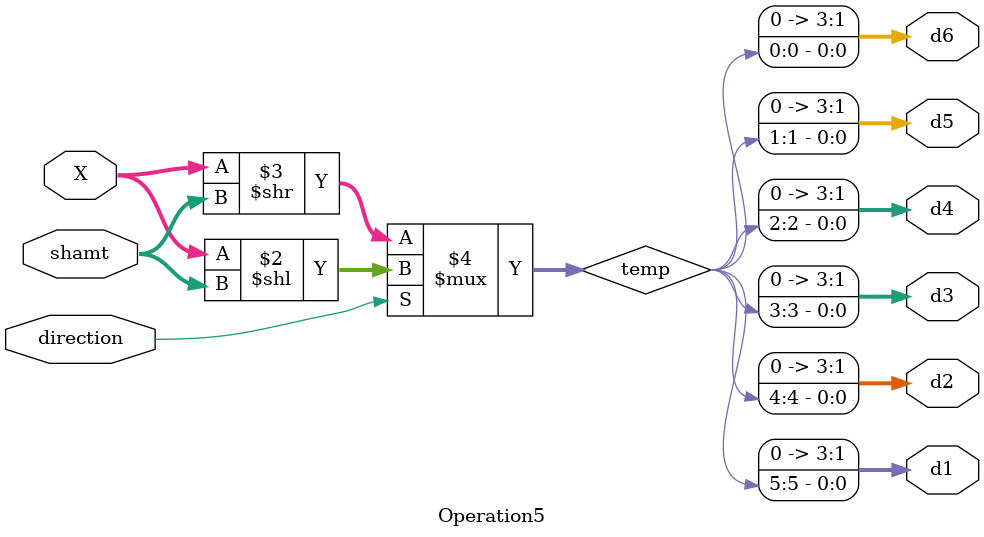
<source format=v>
`timescale 1ns / 1ps
module Operation5(
    input direction,
    input [5:0] X,
    input [2:0] shamt,
    output [3:0] d1,
    output [3:0] d2,
    output [3:0] d3,
    output [3:0] d4,
    output [3:0] d5,
    output [3:0] d6
    );
	 
	 wire [5:0] temp;
	 assign temp = (direction == 1'b1) ? X << shamt : X >> shamt;
	 assign d1 = temp[5];
	 assign d2 = temp[4];
	 assign d3 = temp[3];
	 assign d4 = temp[2];
	 assign d5 = temp[1];
	 assign d6 = temp[0];

endmodule

</source>
